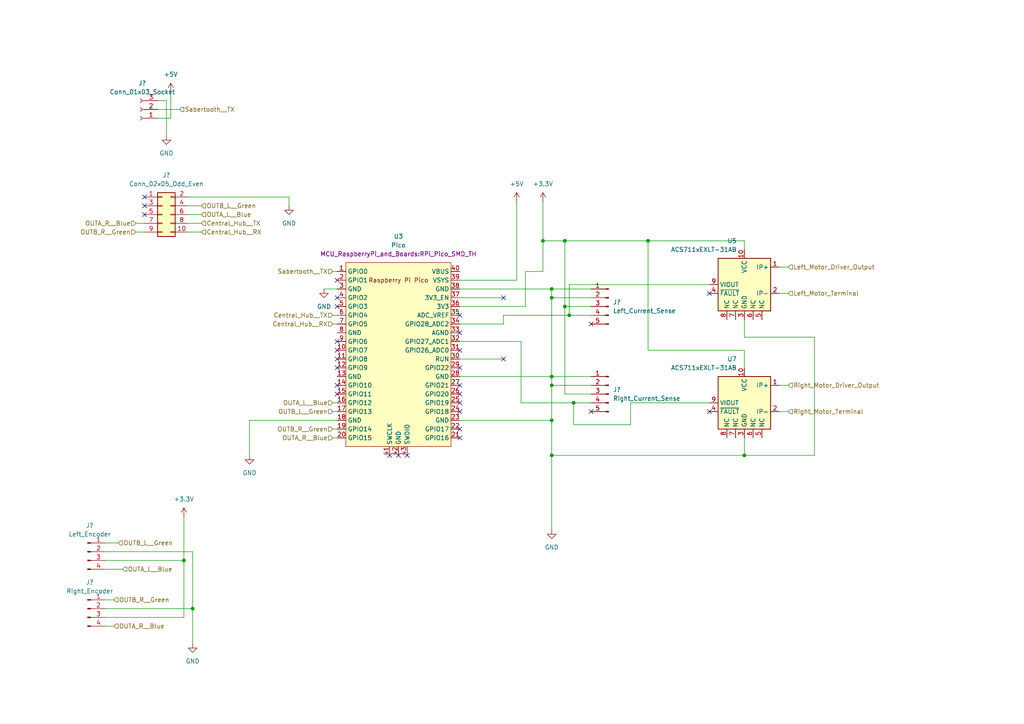
<source format=kicad_sch>
(kicad_sch (version 20230121) (generator eeschema)
  (paper "A4")
  (lib_symbols
    (symbol "Connector:Conn_01x03_Socket" (pin_names (offset 1.016) hide)
      (property "Reference" "J" (at 0 5.08 0))
      (property "Value" "Conn_01x03_Socket" (at 0 -5.08 0))
      (symbol "Conn_01x03_Socket_1_1"
        (arc (start 0 -2.032) (mid -0.5058 -2.54) (end 0 -3.048) (stroke (width 0.1524)))
        (polyline (pts (xy -1.27 -2.54) (xy -0.508 -2.54)) (stroke (width 0.1524)))
        (polyline (pts (xy -1.27 0) (xy -0.508 0)) (stroke (width 0.1524)))
        (polyline (pts (xy -1.27 2.54) (xy -0.508 2.54)) (stroke (width 0.1524)))
        (arc (start 0 0.508) (mid -0.5058 0) (end 0 -0.508) (stroke (width 0.1524)))
        (arc (start 0 3.048) (mid -0.5058 2.54) (end 0 2.032) (stroke (width 0.1524)))
        (pin passive line (at -5.08 2.54 0) (length 3.81) (name "Pin_1") (number "1"))
        (pin passive line (at -5.08 0 0) (length 3.81) (name "Pin_2") (number "2"))
        (pin passive line (at -5.08 -2.54 0) (length 3.81) (name "Pin_3") (number "3"))
      )
    )
    (symbol "Connector:Conn_01x04_Pin" (pin_names (offset 1.016) hide)
      (property "Reference" "J" (at 0 5.08 0))
      (property "Value" "Conn_01x04_Pin" (at 0 -7.62 0))
      (symbol "Conn_01x04_Pin_1_1"
        (polyline (pts (xy 1.27 -5.08) (xy 0.8636 -5.08)) (stroke (width 0.1524)))
        (polyline (pts (xy 1.27 -2.54) (xy 0.8636 -2.54)) (stroke (width 0.1524)))
        (polyline (pts (xy 1.27 0) (xy 0.8636 0)) (stroke (width 0.1524)))
        (polyline (pts (xy 1.27 2.54) (xy 0.8636 2.54)) (stroke (width 0.1524)))
        (rectangle (start 0.8636 -4.953) (end 0 -5.207) (stroke (width 0.1524)) (fill (type outline)))
        (rectangle (start 0.8636 -2.413) (end 0 -2.667) (stroke (width 0.1524)) (fill (type outline)))
        (rectangle (start 0.8636 0.127) (end 0 -0.127) (stroke (width 0.1524)) (fill (type outline)))
        (rectangle (start 0.8636 2.667) (end 0 2.413) (stroke (width 0.1524)) (fill (type outline)))
        (pin passive line (at 5.08 2.54 180) (length 3.81) (name "Pin_1") (number "1"))
        (pin passive line (at 5.08 0 180) (length 3.81) (name "Pin_2") (number "2"))
        (pin passive line (at 5.08 -2.54 180) (length 3.81) (name "Pin_3") (number "3"))
        (pin passive line (at 5.08 -5.08 180) (length 3.81) (name "Pin_4") (number "4"))
      )
    )
    (symbol "Connector:Conn_01x05_Pin" (pin_names (offset 1.016) hide)
      (property "Reference" "J" (at 0 7.62 0))
      (property "Value" "Conn_01x05_Pin" (at 0 -7.62 0))
      (symbol "Conn_01x05_Pin_1_1"
        (polyline (pts (xy 1.27 -5.08) (xy 0.8636 -5.08)) (stroke (width 0.1524)))
        (polyline (pts (xy 1.27 -2.54) (xy 0.8636 -2.54)) (stroke (width 0.1524)))
        (polyline (pts (xy 1.27 0) (xy 0.8636 0)) (stroke (width 0.1524)))
        (polyline (pts (xy 1.27 2.54) (xy 0.8636 2.54)) (stroke (width 0.1524)))
        (polyline (pts (xy 1.27 5.08) (xy 0.8636 5.08)) (stroke (width 0.1524)))
        (rectangle (start 0.8636 -4.953) (end 0 -5.207) (stroke (width 0.1524)) (fill (type outline)))
        (rectangle (start 0.8636 -2.413) (end 0 -2.667) (stroke (width 0.1524)) (fill (type outline)))
        (rectangle (start 0.8636 0.127) (end 0 -0.127) (stroke (width 0.1524)) (fill (type outline)))
        (rectangle (start 0.8636 2.667) (end 0 2.413) (stroke (width 0.1524)) (fill (type outline)))
        (rectangle (start 0.8636 5.207) (end 0 4.953) (stroke (width 0.1524)) (fill (type outline)))
        (pin passive line (at 5.08 5.08 180) (length 3.81) (name "Pin_1") (number "1"))
        (pin passive line (at 5.08 2.54 180) (length 3.81) (name "Pin_2") (number "2"))
        (pin passive line (at 5.08 0 180) (length 3.81) (name "Pin_3") (number "3"))
        (pin passive line (at 5.08 -2.54 180) (length 3.81) (name "Pin_4") (number "4"))
        (pin passive line (at 5.08 -5.08 180) (length 3.81) (name "Pin_5") (number "5"))
      )
    )
    (symbol "Connector_Generic:Conn_02x05_Odd_Even" (pin_names (offset 1.016) hide)
      (property "Reference" "J1" (at 1.27 11.43 0))
      (property "Value" "Conn_02x05_Odd_Even" (at 1.27 8.89 0))
      (symbol "Conn_02x05_Odd_Even_1_1"
        (rectangle (start -1.27 -4.953) (end 0 -5.207) (stroke (width 0.1524)))
        (rectangle (start -1.27 -2.413) (end 0 -2.667) (stroke (width 0.1524)))
        (rectangle (start -1.27 0.127) (end 0 -0.127) (stroke (width 0.1524)))
        (rectangle (start -1.27 2.667) (end 0 2.413) (stroke (width 0.1524)))
        (rectangle (start -1.27 5.207) (end 0 4.953) (stroke (width 0.1524)))
        (rectangle (start -1.27 6.35) (end 3.81 -6.35) (stroke (width 0.254)) (fill (type background)))
        (rectangle (start 3.81 -4.953) (end 2.54 -5.207) (stroke (width 0.1524)))
        (rectangle (start 3.81 -2.413) (end 2.54 -2.667) (stroke (width 0.1524)))
        (rectangle (start 3.81 0.127) (end 2.54 -0.127) (stroke (width 0.1524)))
        (rectangle (start 3.81 2.667) (end 2.54 2.413) (stroke (width 0.1524)))
        (rectangle (start 3.81 5.207) (end 2.54 4.953) (stroke (width 0.1524)))
        (pin passive line (at -5.08 5.08 0) (length 3.81) (name "Pin_1") (number "1"))
        (pin passive line (at 7.62 -5.08 180) (length 3.81) (name "Pin_10") (number "10"))
        (pin passive line (at 7.62 5.08 180) (length 3.81) (name "Pin_2") (number "2"))
        (pin passive line (at -5.08 2.54 0) (length 3.81) (name "Pin_3") (number "3"))
        (pin passive line (at 7.62 2.54 180) (length 3.81) (name "Pin_4") (number "4"))
        (pin passive line (at -5.08 0 0) (length 3.81) (name "Pin_5") (number "5"))
        (pin passive line (at 7.62 0 180) (length 3.81) (name "Pin_6") (number "6"))
        (pin passive line (at -5.08 -2.54 0) (length 3.81) (name "Pin_7") (number "7"))
        (pin passive line (at 7.62 -2.54 180) (length 3.81) (name "Pin_8") (number "8"))
        (pin passive line (at -5.08 -5.08 0) (length 3.81) (name "Pin_9") (number "9"))
      )
    )
    (symbol "MCU_RaspberryPi_and_Boards:Pico"
      (property "Reference" "U" (at -13.97 27.94 0))
      (property "Value" "Pico" (at 0 19.05 0))
      (property "Footprint" "MCU_RaspberryPi_and_Boards:RPi_Pico_SMD_TH" (at 0 0 90))
      (symbol "Pico_0_0"
        (text "Raspberry Pi Pico" (at 0 21.59 0) (effects (font (size 1.27 1.27))))
      )
      (symbol "Pico_0_1"
        (rectangle (start -15.24 26.67) (end 15.24 -26.67) (fill (type background)))
      )
      (symbol "Pico_1_1"
        (pin bidirectional line (at -17.78 24.13 0) (length 2.54) (name "GPIO0") (number "1"))
        (pin bidirectional line (at -17.78 1.27 0) (length 2.54) (name "GPIO7") (number "10"))
        (pin bidirectional line (at -17.78 -1.27 0) (length 2.54) (name "GPIO8") (number "11"))
        (pin bidirectional line (at -17.78 -3.81 0) (length 2.54) (name "GPIO9") (number "12"))
        (pin power_in line (at -17.78 -6.35 0) (length 2.54) (name "GND") (number "13"))
        (pin bidirectional line (at -17.78 -8.89 0) (length 2.54) (name "GPIO10") (number "14"))
        (pin bidirectional line (at -17.78 -11.43 0) (length 2.54) (name "GPIO11") (number "15"))
        (pin bidirectional line (at -17.78 -13.97 0) (length 2.54) (name "GPIO12") (number "16"))
        (pin bidirectional line (at -17.78 -16.51 0) (length 2.54) (name "GPIO13") (number "17"))
        (pin power_in line (at -17.78 -19.05 0) (length 2.54) (name "GND") (number "18"))
        (pin bidirectional line (at -17.78 -21.59 0) (length 2.54) (name "GPIO14") (number "19"))
        (pin bidirectional line (at -17.78 21.59 0) (length 2.54) (name "GPIO1") (number "2"))
        (pin bidirectional line (at -17.78 -24.13 0) (length 2.54) (name "GPIO15") (number "20"))
        (pin bidirectional line (at 17.78 -24.13 180) (length 2.54) (name "GPIO16") (number "21"))
        (pin bidirectional line (at 17.78 -21.59 180) (length 2.54) (name "GPIO17") (number "22"))
        (pin power_in line (at 17.78 -19.05 180) (length 2.54) (name "GND") (number "23"))
        (pin bidirectional line (at 17.78 -16.51 180) (length 2.54) (name "GPIO18") (number "24"))
        (pin bidirectional line (at 17.78 -13.97 180) (length 2.54) (name "GPIO19") (number "25"))
        (pin bidirectional line (at 17.78 -11.43 180) (length 2.54) (name "GPIO20") (number "26"))
        (pin bidirectional line (at 17.78 -8.89 180) (length 2.54) (name "GPIO21") (number "27"))
        (pin power_in line (at 17.78 -6.35 180) (length 2.54) (name "GND") (number "28"))
        (pin bidirectional line (at 17.78 -3.81 180) (length 2.54) (name "GPIO22") (number "29"))
        (pin power_in line (at -17.78 19.05 0) (length 2.54) (name "GND") (number "3"))
        (pin input line (at 17.78 -1.27 180) (length 2.54) (name "RUN") (number "30"))
        (pin bidirectional line (at 17.78 1.27 180) (length 2.54) (name "GPIO26_ADC0") (number "31"))
        (pin bidirectional line (at 17.78 3.81 180) (length 2.54) (name "GPIO27_ADC1") (number "32"))
        (pin power_in line (at 17.78 6.35 180) (length 2.54) (name "AGND") (number "33"))
        (pin bidirectional line (at 17.78 8.89 180) (length 2.54) (name "GPIO28_ADC2") (number "34"))
        (pin power_in line (at 17.78 11.43 180) (length 2.54) (name "ADC_VREF") (number "35"))
        (pin power_in line (at 17.78 13.97 180) (length 2.54) (name "3V3") (number "36"))
        (pin input line (at 17.78 16.51 180) (length 2.54) (name "3V3_EN") (number "37"))
        (pin bidirectional line (at 17.78 19.05 180) (length 2.54) (name "GND") (number "38"))
        (pin power_in line (at 17.78 21.59 180) (length 2.54) (name "VSYS") (number "39"))
        (pin bidirectional line (at -17.78 16.51 0) (length 2.54) (name "GPIO2") (number "4"))
        (pin power_in line (at 17.78 24.13 180) (length 2.54) (name "VBUS") (number "40"))
        (pin input line (at -2.54 -29.21 90) (length 2.54) (name "SWCLK") (number "41"))
        (pin power_in line (at 0 -29.21 90) (length 2.54) (name "GND") (number "42"))
        (pin bidirectional line (at 2.54 -29.21 90) (length 2.54) (name "SWDIO") (number "43"))
        (pin bidirectional line (at -17.78 13.97 0) (length 2.54) (name "GPIO3") (number "5"))
        (pin bidirectional line (at -17.78 11.43 0) (length 2.54) (name "GPIO4") (number "6"))
        (pin bidirectional line (at -17.78 8.89 0) (length 2.54) (name "GPIO5") (number "7"))
        (pin power_in line (at -17.78 6.35 0) (length 2.54) (name "GND") (number "8"))
        (pin bidirectional line (at -17.78 3.81 0) (length 2.54) (name "GPIO6") (number "9"))
      )
    )
    (symbol "Sensor_Current:ACS711xEXLT-31AB"
      (property "Reference" "U" (at 8.89 6.35 0))
      (property "Value" "ACS711xEXLT-31AB" (at 8.89 3.81 0))
      (symbol "ACS711xEXLT-31AB_0_1"
        (rectangle (start -7.62 7.62) (end 7.62 -7.62) (stroke (width 0.254)) (fill (type background)))
      )
      (symbol "ACS711xEXLT-31AB_1_1"
        (pin passive line (at -10.16 5.08 0) (length 2.54) (name "IP+") (number "1"))
        (pin power_in line (at 0 10.16 270) (length 2.54) (name "VCC") (number "10"))
        (pin passive line (at -10.16 -2.54 0) (length 2.54) (name "IP-") (number "2"))
        (pin power_in line (at 0 -10.16 90) (length 2.54) (name "GND") (number "3"))
        (pin output line (at 10.16 -2.54 180) (length 2.54) (name "~{FAULT}") (number "4"))
        (pin passive line (at -5.08 -10.16 90) (length 2.54) (name "NC") (number "5"))
        (pin passive line (at -2.54 -10.16 90) (length 2.54) (name "NC") (number "6"))
        (pin passive line (at 2.54 -10.16 90) (length 2.54) (name "NC") (number "7"))
        (pin passive line (at 5.08 -10.16 90) (length 2.54) (name "NC") (number "8"))
        (pin output line (at 10.16 0 180) (length 2.54) (name "VIOUT") (number "9"))
      )
    )
    (symbol "power:+3.3V" (power) (pin_names (offset 0))
      (property "Value" "+3.3V" (at 0 3.556 0))
      (symbol "+3.3V_0_1"
        (polyline (pts (xy -0.762 1.27) (xy 0 2.54)))
        (polyline (pts (xy 0 0) (xy 0 2.54)))
        (polyline (pts (xy 0 2.54) (xy 0.762 1.27)))
      )
      (symbol "+3.3V_1_1"
        (pin power_in line (at 0 0 90) (length 0) hide (name "+3.3V") (number "1"))
      )
    )
    (symbol "power:+5V" (power) (pin_names (offset 0))
      (property "Value" "+5V" (at 0 3.556 0))
      (symbol "+5V_0_1"
        (polyline (pts (xy -0.762 1.27) (xy 0 2.54)))
        (polyline (pts (xy 0 0) (xy 0 2.54)))
        (polyline (pts (xy 0 2.54) (xy 0.762 1.27)))
      )
      (symbol "+5V_1_1"
        (pin power_in line (at 0 0 90) (length 0) hide (name "+5V") (number "1"))
      )
    )
    (symbol "power:GND" (power) (pin_names (offset 0))
      (property "Value" "GND" (at 0 -3.81 0))
      (symbol "GND_0_1"
        (polyline (pts (xy 0 0) (xy 0 -1.27) (xy 1.27 -1.27) (xy 0 -2.54) (xy -1.27 -1.27) (xy 0 -1.27)))
      )
      (symbol "GND_1_1"
        (pin power_in line (at 0 0 270) (length 0) hide (name "GND") (number "1"))
      )
    )
  )
  (junction (at 187.96 69.85))
  (junction (at 160.02 121.92))
  (junction (at 165.1 91.44))
  (junction (at 53.34 162.56))
  (junction (at 160.02 109.22))
  (junction (at 157.48 69.85))
  (junction (at 160.02 111.76))
  (junction (at 163.83 69.85))
  (junction (at 163.83 88.9))
  (junction (at 160.02 86.36))
  (junction (at 166.37 116.84))
  (junction (at 215.9 132.08))
  (junction (at 160.02 83.82))
  (junction (at 55.88 176.53))
  (junction (at 160.02 132.08))
  (no_connect (at 205.74 85.09))
  (no_connect (at 133.35 114.3))
  (no_connect (at 41.91 59.69))
  (no_connect (at 205.74 119.38))
  (no_connect (at 133.35 96.52))
  (no_connect (at 133.35 91.44))
  (no_connect (at 171.45 119.38))
  (no_connect (at 133.35 119.38))
  (no_connect (at 115.57 132.08))
  (no_connect (at 97.79 81.28))
  (no_connect (at 133.35 116.84))
  (no_connect (at 133.35 101.6))
  (no_connect (at 97.79 106.68))
  (no_connect (at 146.05 86.36))
  (no_connect (at 97.79 104.14))
  (no_connect (at 133.35 106.68))
  (no_connect (at 41.91 62.23))
  (no_connect (at 97.79 86.36))
  (no_connect (at 133.35 127))
  (no_connect (at 41.91 57.15))
  (no_connect (at 133.35 124.46))
  (no_connect (at 113.03 132.08))
  (no_connect (at 97.79 99.06))
  (no_connect (at 97.79 101.6))
  (no_connect (at 118.11 132.08))
  (no_connect (at 133.35 111.76))
  (no_connect (at 146.05 104.14))
  (no_connect (at 97.79 114.3))
  (no_connect (at 97.79 111.76))
  (no_connect (at 171.45 93.98))
  (no_connect (at 97.79 88.9))
  (wire (pts (xy 160.02 132.08) (xy 160.02 153.67)))
  (wire (pts (xy 152.4 88.9) (xy 133.35 88.9)))
  (wire (pts (xy 97.79 83.82) (xy 93.98 83.82)))
  (wire (pts (xy 215.9 132.08) (xy 160.02 132.08)))
  (wire (pts (xy 166.37 123.19) (xy 166.37 116.84)))
  (wire (pts (xy 215.9 69.85) (xy 187.96 69.85)))
  (wire (pts (xy 96.52 116.84) (xy 97.79 116.84)))
  (wire (pts (xy 133.35 121.92) (xy 160.02 121.92)))
  (wire (pts (xy 96.52 127) (xy 97.79 127)))
  (wire (pts (xy 160.02 109.22) (xy 160.02 111.76)))
  (wire (pts (xy 165.1 82.55) (xy 165.1 91.44)))
  (wire (pts (xy 54.61 57.15) (xy 83.82 57.15)))
  (wire (pts (xy 33.02 173.99) (xy 30.48 173.99)))
  (wire (pts (xy 228.6 119.38) (xy 226.06 119.38)))
  (wire (pts (xy 215.9 106.68) (xy 215.9 101.6)))
  (wire (pts (xy 55.88 160.02) (xy 55.88 176.53)))
  (wire (pts (xy 228.6 111.76) (xy 226.06 111.76)))
  (wire (pts (xy 171.45 116.84) (xy 166.37 116.84)))
  (wire (pts (xy 236.22 132.08) (xy 215.9 132.08)))
  (wire (pts (xy 160.02 86.36) (xy 160.02 109.22)))
  (wire (pts (xy 39.37 64.77) (xy 41.91 64.77)))
  (wire (pts (xy 163.83 69.85) (xy 163.83 88.9)))
  (wire (pts (xy 149.86 81.28) (xy 133.35 81.28)))
  (wire (pts (xy 205.74 82.55) (xy 165.1 82.55)))
  (wire (pts (xy 160.02 121.92) (xy 160.02 132.08)))
  (wire (pts (xy 30.48 160.02) (xy 55.88 160.02)))
  (wire (pts (xy 96.52 119.38) (xy 97.79 119.38)))
  (wire (pts (xy 53.34 162.56) (xy 53.34 179.07)))
  (wire (pts (xy 97.79 121.92) (xy 72.39 121.92)))
  (wire (pts (xy 166.37 116.84) (xy 151.13 116.84)))
  (wire (pts (xy 72.39 121.92) (xy 72.39 132.08)))
  (wire (pts (xy 163.83 114.3) (xy 163.83 88.9)))
  (wire (pts (xy 160.02 111.76) (xy 160.02 121.92)))
  (wire (pts (xy 226.06 77.47) (xy 228.6 77.47)))
  (wire (pts (xy 54.61 64.77) (xy 58.42 64.77)))
  (wire (pts (xy 160.02 109.22) (xy 171.45 109.22)))
  (wire (pts (xy 236.22 97.79) (xy 236.22 132.08)))
  (wire (pts (xy 49.53 34.29) (xy 45.72 34.29)))
  (wire (pts (xy 146.05 86.36) (xy 133.35 86.36)))
  (wire (pts (xy 96.52 93.98) (xy 97.79 93.98)))
  (wire (pts (xy 171.45 88.9) (xy 163.83 88.9)))
  (wire (pts (xy 215.9 92.71) (xy 215.9 97.79)))
  (wire (pts (xy 53.34 162.56) (xy 53.34 149.86)))
  (wire (pts (xy 146.05 91.44) (xy 146.05 93.98)))
  (wire (pts (xy 165.1 91.44) (xy 146.05 91.44)))
  (wire (pts (xy 187.96 101.6) (xy 187.96 69.85)))
  (wire (pts (xy 133.35 109.22) (xy 160.02 109.22)))
  (wire (pts (xy 146.05 93.98) (xy 133.35 93.98)))
  (wire (pts (xy 45.72 29.21) (xy 48.26 29.21)))
  (wire (pts (xy 39.37 67.31) (xy 41.91 67.31)))
  (wire (pts (xy 160.02 111.76) (xy 171.45 111.76)))
  (wire (pts (xy 151.13 99.06) (xy 133.35 99.06)))
  (wire (pts (xy 160.02 83.82) (xy 160.02 86.36)))
  (wire (pts (xy 146.05 104.14) (xy 133.35 104.14)))
  (wire (pts (xy 48.26 29.21) (xy 48.26 39.37)))
  (wire (pts (xy 49.53 26.67) (xy 49.53 34.29)))
  (wire (pts (xy 182.88 123.19) (xy 166.37 123.19)))
  (wire (pts (xy 171.45 114.3) (xy 163.83 114.3)))
  (wire (pts (xy 133.35 83.82) (xy 160.02 83.82)))
  (wire (pts (xy 33.02 181.61) (xy 30.48 181.61)))
  (wire (pts (xy 53.34 179.07) (xy 30.48 179.07)))
  (wire (pts (xy 83.82 57.15) (xy 83.82 59.69)))
  (wire (pts (xy 30.48 162.56) (xy 53.34 162.56)))
  (wire (pts (xy 163.83 69.85) (xy 157.48 69.85)))
  (wire (pts (xy 35.56 165.1) (xy 30.48 165.1)))
  (wire (pts (xy 58.42 59.69) (xy 54.61 59.69)))
  (wire (pts (xy 96.52 124.46) (xy 97.79 124.46)))
  (wire (pts (xy 157.48 58.42) (xy 157.48 69.85)))
  (wire (pts (xy 215.9 127) (xy 215.9 132.08)))
  (wire (pts (xy 160.02 83.82) (xy 171.45 83.82)))
  (wire (pts (xy 55.88 176.53) (xy 55.88 186.69)))
  (wire (pts (xy 30.48 176.53) (xy 55.88 176.53)))
  (wire (pts (xy 171.45 91.44) (xy 165.1 91.44)))
  (wire (pts (xy 182.88 116.84) (xy 182.88 123.19)))
  (wire (pts (xy 215.9 97.79) (xy 236.22 97.79)))
  (wire (pts (xy 54.61 67.31) (xy 58.42 67.31)))
  (wire (pts (xy 157.48 78.74) (xy 152.4 78.74)))
  (wire (pts (xy 187.96 69.85) (xy 163.83 69.85)))
  (wire (pts (xy 96.52 78.74) (xy 97.79 78.74)))
  (wire (pts (xy 215.9 72.39) (xy 215.9 69.85)))
  (wire (pts (xy 58.42 62.23) (xy 54.61 62.23)))
  (wire (pts (xy 34.29 157.48) (xy 30.48 157.48)))
  (wire (pts (xy 160.02 86.36) (xy 171.45 86.36)))
  (wire (pts (xy 205.74 116.84) (xy 182.88 116.84)))
  (wire (pts (xy 215.9 101.6) (xy 187.96 101.6)))
  (wire (pts (xy 157.48 69.85) (xy 157.48 78.74)))
  (wire (pts (xy 96.52 91.44) (xy 97.79 91.44)))
  (wire (pts (xy 149.86 58.42) (xy 149.86 81.28)))
  (wire (pts (xy 151.13 116.84) (xy 151.13 99.06)))
  (wire (pts (xy 152.4 78.74) (xy 152.4 88.9)))
  (wire (pts (xy 226.06 85.09) (xy 228.6 85.09)))
  (wire (pts (xy 45.72 31.75) (xy 52.07 31.75)))
  (hierarchical_label "Central_Hub__TX" (shape input) (at 96.52 91.44 180))
  (hierarchical_label "Right_Motor_Driver_Output" (shape input) (at 228.6 111.76 0))
  (hierarchical_label "Right_Motor_Terminal" (shape input) (at 228.6 119.38 0))
  (hierarchical_label "Sabertooth__TX" (shape input) (at 52.07 31.75 0))
  (hierarchical_label "OUTA_L__Blue" (shape input) (at 58.42 62.23 0))
  (hierarchical_label "OUTA_L__Blue" (shape input) (at 96.52 116.84 180))
  (hierarchical_label "Sabertooth__TX" (shape input) (at 96.52 78.74 180))
  (hierarchical_label "OUTB_L__Green" (shape input) (at 34.29 157.48 0))
  (hierarchical_label "Left_Motor_Terminal" (shape input) (at 228.6 85.09 0))
  (hierarchical_label "Central_Hub__RX" (shape input) (at 58.42 67.31 0))
  (hierarchical_label "OUTB_R__Green" (shape input) (at 39.37 67.31 180))
  (hierarchical_label "OUTB_L__Green" (shape input) (at 96.52 119.38 180))
  (hierarchical_label "Central_Hub__TX" (shape input) (at 58.42 64.77 0))
  (hierarchical_label "OUTB_R__Green" (shape input) (at 33.02 173.99 0))
  (hierarchical_label "OUTA_R__Blue" (shape input) (at 33.02 181.61 0))
  (hierarchical_label "OUTA_R__Blue" (shape input) (at 96.52 127 180))
  (hierarchical_label "OUTA_L__Blue" (shape input) (at 35.56 165.1 0))
  (hierarchical_label "OUTB_L__Green" (shape input) (at 58.42 59.69 0))
  (hierarchical_label "OUTB_R__Green" (shape input) (at 96.52 124.46 180))
  (hierarchical_label "Left_Motor_Driver_Output" (shape input) (at 228.6 77.47 0))
  (hierarchical_label "Central_Hub__RX" (shape input) (at 96.52 93.98 180))
  (hierarchical_label "OUTA_R__Blue" (shape input) (at 39.37 64.77 180))
  (symbol (lib_id "Sensor_Current:ACS711xEXLT-31AB") (at 215.9 82.55 0) (mirror y) (unit 1)
    (property "Reference" "U5" (at 213.7059 69.85 0) (effects (justify left)))
    (property "Value" "ACS711xEXLT-31AB" (at 213.7059 72.39 0) (effects (justify left)))
    (property "Footprint" "Sensor_Current:Allegro_QFN-12-10-1EP_3x3mm_P0.5mm" (effects hide))
    (property "Datasheet" "http://www.allegromicro.com/~/Media/Files/Datasheets/ACS711-Datasheet.ashx" (effects hide))
    (instances (project "rover" (path "" (reference "U5") (unit 1)) (path "" (reference "U4") (unit 1))))
  )
  (symbol (lib_id "Connector:Conn_01x04_Pin") (at 25.4 160.02 0) (unit 1)
    (property "Reference" "J?" (at 26.035 152.4 0))
    (property "Value" "Left_Encoder" (at 26.035 154.94 0))
    (property "Footprint" "Connector_PinHeader_2.54mm:PinHeader_1x04_P2.54mm_Vertical" (effects hide))
    (instances (project "rover" (path "" (reference "J?") (unit 1)) (path "" (reference "J6") (unit 1)) (path "" (reference "J12") (unit 1))))
  )
  (symbol (lib_id "Connector:Conn_01x05_Pin") (at 176.53 88.9 0) (mirror y) (unit 1)
    (property "Reference" "J?" (at 177.8 87.63 0) (effects (justify right)))
    (property "Value" "Left_Current_Sense" (at 177.8 90.17 0) (effects (justify right)))
    (property "Footprint" "Connector_PinHeader_2.54mm:PinHeader_1x05_P2.54mm_Vertical" (effects hide))
    (instances (project "rover" (path "" (reference "J?") (unit 1)) (path "" (reference "J11") (unit 1)) (path "" (reference "J17") (unit 1))))
  )
  (symbol (lib_id "power:+3.3V") (at 53.34 149.86 0) (unit 1)
    (property "Reference" "#PWR?" (effects hide))
    (property "Value" "+3.3V" (at 53.34 144.78 0))
    (instances (project "rover" (path "" (reference "#PWR?") (unit 1)) (path "" (reference "#PWR027") (unit 1)) (path "" (reference "#PWR028") (unit 1))))
  )
  (symbol (lib_id "power:GND") (at 55.88 186.69 0) (unit 1)
    (property "Reference" "#PWR?" (effects hide))
    (property "Value" "GND" (at 55.88 191.77 0))
    (instances (project "rover" (path "" (reference "#PWR?") (unit 1)) (path "" (reference "#PWR025") (unit 1)) (path "" (reference "#PWR026") (unit 1))))
  )
  (symbol (lib_id "Connector:Conn_01x03_Socket") (at 40.64 31.75 180) (unit 1)
    (property "Reference" "J?" (at 41.275 24.13 0))
    (property "Value" "Conn_01x03_Socket" (at 41.275 26.67 0))
    (property "Footprint" "Connector_PinHeader_2.54mm:PinHeader_1x03_P2.54mm_Vertical" (effects hide))
    (instances (project "rover" (path "" (reference "J?") (unit 1)) (path "" (reference "J9") (unit 1)) (path "" (reference "J15") (unit 1))))
  )
  (symbol (lib_id "power:GND") (at 72.39 132.08 0) (unit 1)
    (property "Reference" "#PWR?" (effects hide))
    (property "Value" "GND" (at 72.39 137.16 0))
    (instances (project "rover" (path "" (reference "#PWR?") (unit 1)) (path "" (reference "#PWR018") (unit 1)) (path "" (reference "#PWR021") (unit 1))))
  )
  (symbol (lib_id "MCU_RaspberryPi_and_Boards:Pico") (at 115.57 102.87 0) (unit 1)
    (property "Reference" "U3" (at 115.57 68.58 0))
    (property "Value" "Pico" (at 115.57 71.12 0))
    (property "Footprint" "MCU_RaspberryPi_and_Boards:RPi_Pico_SMD_TH" (at 115.57 73.66 0))
    (instances (project "rover" (path "" (reference "U3") (unit 1)) (path "" (reference "U2") (unit 1))))
  )
  (symbol (lib_id "Connector:Conn_01x04_Pin") (at 25.4 176.53 0) (unit 1)
    (property "Reference" "J?" (at 26.035 168.91 0))
    (property "Value" "Right_Encoder" (at 26.035 171.45 0))
    (property "Footprint" "Connector_PinHeader_2.54mm:PinHeader_1x04_P2.54mm_Vertical" (effects hide))
    (instances (project "rover" (path "" (reference "J?") (unit 1)) (path "" (reference "J8") (unit 1)) (path "" (reference "J14") (unit 1))))
  )
  (symbol (lib_id "power:GND") (at 160.02 153.67 0) (unit 1)
    (property "Reference" "#PWR?" (effects hide))
    (property "Value" "GND" (at 160.02 158.75 0))
    (instances (project "rover" (path "" (reference "#PWR?") (unit 1)) (path "" (reference "#PWR016") (unit 1)) (path "" (reference "#PWR022") (unit 1))))
  )
  (symbol (lib_id "power:GND") (at 83.82 59.69 0) (unit 1)
    (property "Reference" "#PWR?" (effects hide))
    (property "Value" "GND" (at 83.82 64.77 0))
    (instances (project "rover" (path "" (reference "#PWR?") (unit 1)) (path "" (reference "#PWR023") (unit 1)) (path "" (reference "#PWR024") (unit 1))))
  )
  (symbol (lib_id "Connector:Conn_01x05_Pin") (at 176.53 114.3 0) (mirror y) (unit 1)
    (property "Reference" "J?" (at 177.8 113.03 0) (effects (justify right)))
    (property "Value" "Right_Current_Sense" (at 177.8 115.57 0) (effects (justify right)))
    (property "Footprint" "Connector_PinHeader_2.54mm:PinHeader_1x05_P2.54mm_Vertical" (effects hide))
    (instances (project "rover" (path "" (reference "J?") (unit 1)) (path "" (reference "J10") (unit 1)) (path "" (reference "J16") (unit 1))))
  )
  (symbol (lib_id "Connector_Generic:Conn_02x05_Odd_Even") (at 46.99 62.23 0) (unit 1)
    (property "Reference" "J?" (at 48.26 50.8 0))
    (property "Value" "Conn_02x05_Odd_Even" (at 48.26 53.34 0))
    (property "Footprint" "Connector_PinHeader_2.54mm:PinHeader_2x05_P2.54mm_Vertical" (effects hide))
    (instances (project "rover" (path "" (reference "J?") (unit 1)) (path "" (reference "J7") (unit 1)) (path "" (reference "J13") (unit 1))))
  )
  (symbol (lib_id "Sensor_Current:ACS711xEXLT-31AB") (at 215.9 116.84 0) (mirror y) (unit 1)
    (property "Reference" "U7" (at 213.7059 104.14 0) (effects (justify left)))
    (property "Value" "ACS711xEXLT-31AB" (at 213.7059 106.68 0) (effects (justify left)))
    (property "Footprint" "Sensor_Current:Allegro_QFN-12-10-1EP_3x3mm_P0.5mm" (effects hide))
    (property "Datasheet" "http://www.allegromicro.com/~/Media/Files/Datasheets/ACS711-Datasheet.ashx" (effects hide))
    (instances (project "rover" (path "" (reference "U7") (unit 1)) (path "" (reference "U6") (unit 1))))
  )
  (symbol (lib_id "power:+3.3V") (at 157.48 58.42 0) (unit 1)
    (property "Reference" "#PWR?" (effects hide))
    (property "Value" "+3.3V" (at 157.48 53.34 0))
    (instances (project "rover" (path "" (reference "#PWR?") (unit 1)) (path "" (reference "#PWR014") (unit 1)) (path "" (reference "#PWR020") (unit 1))))
  )
  (symbol (lib_id "power:+5V") (at 149.86 58.42 0) (unit 1)
    (property "Reference" "#PWR?" (effects hide))
    (property "Value" "+5V" (at 149.86 53.34 0))
    (instances (project "rover" (path "" (reference "#PWR?") (unit 1)) (path "" (reference "#PWR013") (unit 1)) (path "" (reference "#PWR019") (unit 1))))
  )
  (symbol (lib_id "power:GND") (at 48.26 39.37 0) (unit 1)
    (property "Reference" "#PWR?" (effects hide))
    (property "Value" "GND" (at 48.26 44.45 0))
    (instances (project "rover" (path "" (reference "#PWR?") (unit 1)) (path "" (reference "#PWR015") (unit 1)) (path "" (reference "#PWR017") (unit 1))))
  )
  (symbol (lib_id "power:GND") (at 93.98 83.82 0) (unit 1)
    (property "Reference" "#PWR?" (effects hide))
    (property "Value" "GND" (at 93.98 88.9 0))
    (instances (project "rover" (path "" (reference "#PWR?") (unit 1)) (path "" (reference "#PWR011") (unit 1)) (path "" (reference "#PWR012") (unit 1))))
  )
  (symbol (lib_id "power:+5V") (at 49.53 26.67 0) (unit 1)
    (property "Reference" "#PWR?" (effects hide))
    (property "Value" "+5V" (at 49.53 21.59 0))
    (instances (project "rover" (path "" (reference "#PWR?") (unit 1)) (path "" (reference "#PWR01") (unit 1)) (path "" (reference "#PWR010") (unit 1))))
  )
)
</source>
